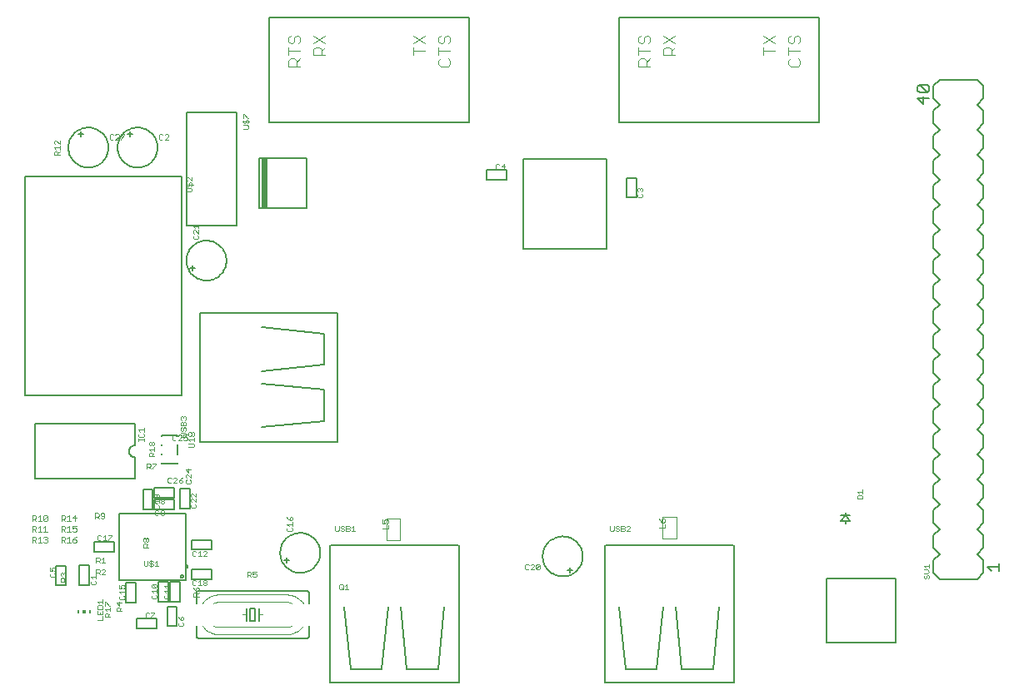
<source format=gto>
G75*
G70*
%OFA0B0*%
%FSLAX24Y24*%
%IPPOS*%
%LPD*%
%AMOC8*
5,1,8,0,0,1.08239X$1,22.5*
%
%ADD10C,0.0050*%
%ADD11C,0.0020*%
%ADD12C,0.0060*%
%ADD13C,0.0040*%
%ADD14C,0.0020*%
%ADD15R,0.0200X0.2000*%
%ADD16R,0.0059X0.0118*%
%ADD17R,0.0118X0.0118*%
D10*
X004826Y003337D02*
X004826Y004124D01*
X005220Y004124D01*
X005220Y003337D01*
X004826Y003337D01*
X005260Y002707D02*
X006047Y002707D01*
X006047Y002313D01*
X005260Y002313D01*
X005260Y002707D01*
X006126Y003376D02*
X006126Y004163D01*
X006519Y004163D01*
X006519Y003376D01*
X006126Y003376D01*
X006480Y003179D02*
X006874Y003179D01*
X006874Y002392D01*
X006480Y002392D01*
X006480Y003179D01*
X006598Y003376D02*
X006598Y004163D01*
X006992Y004163D01*
X006992Y003376D01*
X006598Y003376D01*
X007228Y004242D02*
X004551Y004242D01*
X004551Y006919D01*
X007228Y006919D01*
X007228Y004833D01*
X007307Y004833D01*
X007307Y004793D01*
X007307Y004754D01*
X007228Y004754D01*
X007228Y004793D01*
X007307Y004793D01*
X007228Y004793D02*
X007228Y004833D01*
X007228Y004754D02*
X007228Y004242D01*
X007015Y004400D02*
X007017Y004414D01*
X007023Y004428D01*
X007031Y004440D01*
X007043Y004448D01*
X007057Y004454D01*
X007071Y004456D01*
X007085Y004454D01*
X007099Y004448D01*
X007111Y004440D01*
X007119Y004428D01*
X007125Y004414D01*
X007127Y004400D01*
X007125Y004386D01*
X007119Y004372D01*
X007111Y004360D01*
X007099Y004352D01*
X007085Y004346D01*
X007071Y004344D01*
X007057Y004346D01*
X007043Y004352D01*
X007031Y004360D01*
X007023Y004372D01*
X007017Y004386D01*
X007015Y004400D01*
X007464Y004282D02*
X007464Y004675D01*
X008252Y004675D01*
X008252Y004282D01*
X007464Y004282D01*
X007464Y005463D02*
X007464Y005856D01*
X008252Y005856D01*
X008252Y005463D01*
X007464Y005463D01*
X007386Y007116D02*
X006992Y007116D01*
X006992Y007904D01*
X007386Y007904D01*
X007386Y007116D01*
X006756Y007077D02*
X005968Y007077D01*
X005968Y007471D01*
X006756Y007471D01*
X006756Y007077D01*
X006756Y007549D02*
X005968Y007549D01*
X005968Y007943D01*
X006756Y007943D01*
X006756Y007549D01*
X005909Y007864D02*
X005909Y007077D01*
X005515Y007077D01*
X005515Y007864D01*
X005909Y007864D01*
X004354Y005778D02*
X003567Y005778D01*
X003567Y005384D01*
X004354Y005384D01*
X004354Y005778D01*
X003370Y004833D02*
X002976Y004833D01*
X002976Y004045D01*
X003370Y004045D01*
X003370Y004833D01*
X002425Y004813D02*
X002031Y004813D01*
X002031Y004026D01*
X002425Y004026D01*
X002425Y004813D01*
X007801Y009779D02*
X013306Y009779D01*
X013306Y009814D02*
X013306Y014914D01*
X013306Y014949D02*
X007801Y014949D01*
X007796Y014924D02*
X007796Y009804D01*
X010256Y010364D02*
X012756Y010614D01*
X012756Y011864D01*
X010256Y012114D01*
X010256Y012614D02*
X012756Y012864D01*
X012756Y014114D01*
X010256Y014364D01*
X007047Y011648D02*
X007047Y020398D01*
X000797Y020398D01*
X000797Y011648D01*
X007047Y011648D01*
X012989Y005638D02*
X012989Y000133D01*
X013024Y000133D02*
X018124Y000133D01*
X018159Y000133D02*
X018159Y005638D01*
X018134Y005643D02*
X013014Y005643D01*
X013574Y003183D02*
X013824Y000683D01*
X015074Y000683D01*
X015324Y003183D01*
X015824Y003183D02*
X016074Y000683D01*
X017324Y000683D01*
X017574Y003183D01*
X023989Y005638D02*
X023989Y000133D01*
X024024Y000133D02*
X029124Y000133D01*
X029159Y000133D02*
X029159Y005638D01*
X029134Y005643D02*
X024014Y005643D01*
X024574Y003183D02*
X024824Y000683D01*
X026074Y000683D01*
X026324Y003183D01*
X026824Y003183D02*
X027074Y000683D01*
X028324Y000683D01*
X028574Y003183D01*
X032878Y004301D02*
X032878Y001742D01*
X035614Y001742D01*
X035614Y004301D01*
X032878Y004301D01*
X033626Y006502D02*
X033626Y006598D01*
X033813Y006598D01*
X033626Y006848D01*
X033626Y006944D01*
X033626Y006848D02*
X033813Y006848D01*
X033626Y006848D02*
X033438Y006598D01*
X033626Y006598D01*
X033626Y006848D02*
X033438Y006848D01*
X039308Y004757D02*
X039759Y004757D01*
X039759Y004607D02*
X039759Y004907D01*
X039458Y004607D02*
X039308Y004757D01*
X024059Y017510D02*
X024059Y021093D01*
X020732Y021093D01*
X020732Y017510D01*
X024059Y017510D01*
X024866Y019557D02*
X025260Y019557D01*
X025260Y020345D01*
X024866Y020345D01*
X024866Y019557D01*
X024574Y022583D02*
X024574Y026783D01*
X032574Y026783D01*
X032574Y022583D01*
X024574Y022583D01*
X020063Y020660D02*
X020063Y020266D01*
X019275Y020266D01*
X019275Y020660D01*
X020063Y020660D01*
X018574Y022583D02*
X018574Y026783D01*
X010574Y026783D01*
X010574Y022583D01*
X018574Y022583D01*
X012071Y021132D02*
X012071Y019132D01*
X010471Y019132D01*
X010471Y021132D01*
X010171Y021132D01*
X010171Y019132D01*
X010471Y019132D01*
X009256Y018442D02*
X009256Y022963D01*
X007247Y022963D01*
X007247Y018442D01*
X009256Y018442D01*
X010471Y021132D02*
X012071Y021132D01*
X036508Y023532D02*
X036733Y023307D01*
X036733Y023607D01*
X036583Y023767D02*
X036508Y023842D01*
X036508Y023992D01*
X036583Y024067D01*
X036884Y023767D01*
X036959Y023842D01*
X036959Y023992D01*
X036884Y024067D01*
X036583Y024067D01*
X036583Y023767D02*
X036884Y023767D01*
X036959Y023532D02*
X036508Y023532D01*
D11*
X003903Y002648D02*
X003683Y002648D01*
X003903Y002648D02*
X003903Y002795D01*
X003903Y002869D02*
X003903Y003016D01*
X003903Y003090D02*
X003903Y003200D01*
X003866Y003237D01*
X003719Y003237D01*
X003683Y003200D01*
X003683Y003090D01*
X003903Y003090D01*
X003984Y003071D02*
X004204Y003071D01*
X004204Y003144D02*
X004204Y002997D01*
X004204Y002923D02*
X004131Y002850D01*
X004131Y002886D02*
X004131Y002776D01*
X004204Y002776D02*
X003984Y002776D01*
X003984Y002886D01*
X004021Y002923D01*
X004094Y002923D01*
X004131Y002886D01*
X004057Y002997D02*
X003984Y003071D01*
X003984Y003218D02*
X003984Y003365D01*
X004021Y003365D01*
X004167Y003218D01*
X004204Y003218D01*
X004456Y003328D02*
X004566Y003218D01*
X004566Y003365D01*
X004456Y003328D02*
X004677Y003328D01*
X004677Y003144D02*
X004603Y003071D01*
X004603Y003107D02*
X004603Y002997D01*
X004677Y002997D02*
X004456Y002997D01*
X004456Y003107D01*
X004493Y003144D01*
X004566Y003144D01*
X004603Y003107D01*
X003903Y003311D02*
X003903Y003458D01*
X003903Y003384D02*
X003683Y003384D01*
X003756Y003311D01*
X003683Y003016D02*
X003683Y002869D01*
X003903Y002869D01*
X003793Y002869D02*
X003793Y002942D01*
X002440Y004179D02*
X002220Y004179D01*
X002220Y004289D01*
X002257Y004326D01*
X002330Y004326D01*
X002367Y004289D01*
X002367Y004179D01*
X002367Y004253D02*
X002440Y004326D01*
X002404Y004400D02*
X002440Y004437D01*
X002440Y004510D01*
X002404Y004547D01*
X002367Y004547D01*
X002330Y004510D01*
X002330Y004474D01*
X002330Y004510D02*
X002294Y004547D01*
X002257Y004547D01*
X002220Y004510D01*
X002220Y004437D01*
X002257Y004400D01*
X003642Y004463D02*
X003642Y004683D01*
X003752Y004683D01*
X003788Y004646D01*
X003788Y004573D01*
X003752Y004536D01*
X003642Y004536D01*
X003715Y004536D02*
X003788Y004463D01*
X003863Y004463D02*
X004009Y004610D01*
X004009Y004646D01*
X003973Y004683D01*
X003899Y004683D01*
X003863Y004646D01*
X003863Y004463D02*
X004009Y004463D01*
X004009Y004935D02*
X003863Y004935D01*
X003936Y004935D02*
X003936Y005155D01*
X003863Y005082D01*
X003788Y005045D02*
X003752Y005009D01*
X003642Y005009D01*
X003715Y005009D02*
X003788Y004935D01*
X003788Y005045D02*
X003788Y005119D01*
X003752Y005155D01*
X003642Y005155D01*
X003642Y004935D01*
X002810Y005750D02*
X002737Y005750D01*
X002700Y005787D01*
X002700Y005860D01*
X002810Y005860D01*
X002847Y005824D01*
X002847Y005787D01*
X002810Y005750D01*
X002700Y005860D02*
X002774Y005934D01*
X002847Y005971D01*
X002810Y006183D02*
X002737Y006183D01*
X002700Y006220D01*
X002700Y006294D02*
X002774Y006330D01*
X002810Y006330D01*
X002847Y006294D01*
X002847Y006220D01*
X002810Y006183D01*
X002700Y006294D02*
X002700Y006404D01*
X002847Y006404D01*
X002810Y006617D02*
X002810Y006837D01*
X002700Y006727D01*
X002847Y006727D01*
X002626Y006617D02*
X002479Y006617D01*
X002553Y006617D02*
X002553Y006837D01*
X002479Y006763D01*
X002405Y006800D02*
X002405Y006727D01*
X002368Y006690D01*
X002258Y006690D01*
X002258Y006617D02*
X002258Y006837D01*
X002368Y006837D01*
X002405Y006800D01*
X002332Y006690D02*
X002405Y006617D01*
X002368Y006404D02*
X002405Y006367D01*
X002405Y006294D01*
X002368Y006257D01*
X002258Y006257D01*
X002332Y006257D02*
X002405Y006183D01*
X002479Y006183D02*
X002626Y006183D01*
X002553Y006183D02*
X002553Y006404D01*
X002479Y006330D01*
X002368Y006404D02*
X002258Y006404D01*
X002258Y006183D01*
X002258Y005971D02*
X002368Y005971D01*
X002405Y005934D01*
X002405Y005860D01*
X002368Y005824D01*
X002258Y005824D01*
X002332Y005824D02*
X002405Y005750D01*
X002479Y005750D02*
X002626Y005750D01*
X002553Y005750D02*
X002553Y005971D01*
X002479Y005897D01*
X002258Y005971D02*
X002258Y005750D01*
X001685Y005787D02*
X001649Y005750D01*
X001575Y005750D01*
X001539Y005787D01*
X001464Y005750D02*
X001318Y005750D01*
X001391Y005750D02*
X001391Y005971D01*
X001318Y005897D01*
X001244Y005860D02*
X001207Y005824D01*
X001097Y005824D01*
X001170Y005824D02*
X001244Y005750D01*
X001244Y005860D02*
X001244Y005934D01*
X001207Y005971D01*
X001097Y005971D01*
X001097Y005750D01*
X001097Y006183D02*
X001097Y006404D01*
X001207Y006404D01*
X001244Y006367D01*
X001244Y006294D01*
X001207Y006257D01*
X001097Y006257D01*
X001170Y006257D02*
X001244Y006183D01*
X001318Y006183D02*
X001464Y006183D01*
X001391Y006183D02*
X001391Y006404D01*
X001318Y006330D01*
X001539Y006330D02*
X001612Y006404D01*
X001612Y006183D01*
X001539Y006183D02*
X001685Y006183D01*
X001649Y005971D02*
X001685Y005934D01*
X001685Y005897D01*
X001649Y005860D01*
X001685Y005824D01*
X001685Y005787D01*
X001649Y005860D02*
X001612Y005860D01*
X001539Y005934D02*
X001575Y005971D01*
X001649Y005971D01*
X001649Y006617D02*
X001575Y006617D01*
X001539Y006653D01*
X001685Y006800D01*
X001685Y006653D01*
X001649Y006617D01*
X001539Y006653D02*
X001539Y006800D01*
X001575Y006837D01*
X001649Y006837D01*
X001685Y006800D01*
X001464Y006617D02*
X001318Y006617D01*
X001391Y006617D02*
X001391Y006837D01*
X001318Y006763D01*
X001244Y006727D02*
X001207Y006690D01*
X001097Y006690D01*
X001170Y006690D02*
X001244Y006617D01*
X001244Y006727D02*
X001244Y006800D01*
X001207Y006837D01*
X001097Y006837D01*
X001097Y006617D01*
X003602Y006707D02*
X003602Y006927D01*
X003712Y006927D01*
X003749Y006890D01*
X003749Y006817D01*
X003712Y006780D01*
X003602Y006780D01*
X003676Y006780D02*
X003749Y006707D01*
X003823Y006744D02*
X003860Y006707D01*
X003933Y006707D01*
X003970Y006744D01*
X003970Y006890D01*
X003933Y006927D01*
X003860Y006927D01*
X003823Y006890D01*
X003823Y006854D01*
X003860Y006817D01*
X003970Y006817D01*
X005519Y005887D02*
X005556Y005924D01*
X005593Y005924D01*
X005629Y005887D01*
X005629Y005814D01*
X005593Y005777D01*
X005556Y005777D01*
X005519Y005814D01*
X005519Y005887D01*
X005629Y005887D02*
X005666Y005924D01*
X005703Y005924D01*
X005740Y005887D01*
X005740Y005814D01*
X005703Y005777D01*
X005666Y005777D01*
X005629Y005814D01*
X005629Y005703D02*
X005666Y005666D01*
X005666Y005556D01*
X005740Y005556D02*
X005519Y005556D01*
X005519Y005666D01*
X005556Y005703D01*
X005629Y005703D01*
X005666Y005630D02*
X005740Y005703D01*
X005846Y005056D02*
X005846Y004763D01*
X005883Y004800D02*
X005919Y004836D01*
X005919Y004873D01*
X005883Y004910D01*
X005809Y004910D01*
X005772Y004946D01*
X005772Y004983D01*
X005809Y005020D01*
X005883Y005020D01*
X005919Y004983D01*
X005993Y004946D02*
X006067Y005020D01*
X006067Y004800D01*
X006140Y004800D02*
X005993Y004800D01*
X005883Y004800D02*
X005809Y004800D01*
X005772Y004836D01*
X005698Y004836D02*
X005698Y005020D01*
X005551Y005020D02*
X005551Y004836D01*
X005588Y004800D01*
X005662Y004800D01*
X005698Y004836D01*
X007527Y003956D02*
X007564Y003882D01*
X007637Y003809D01*
X007637Y003919D01*
X007674Y003956D01*
X007711Y003956D01*
X007747Y003919D01*
X007747Y003845D01*
X007711Y003809D01*
X007637Y003809D01*
X007637Y003735D02*
X007674Y003698D01*
X007674Y003588D01*
X007674Y003661D02*
X007747Y003735D01*
X007637Y003735D02*
X007564Y003735D01*
X007527Y003698D01*
X007527Y003588D01*
X007747Y003588D01*
X008555Y003664D02*
X011255Y003664D01*
X011255Y003364D02*
X008555Y003364D01*
X008555Y003664D02*
X008499Y003662D01*
X008444Y003656D01*
X008389Y003647D01*
X008335Y003633D01*
X008282Y003616D01*
X008231Y003595D01*
X008181Y003571D01*
X008133Y003543D01*
X008086Y003512D01*
X008042Y003478D01*
X008001Y003441D01*
X007962Y003401D01*
X007926Y003359D01*
X007894Y003314D01*
X008337Y002414D02*
X008371Y002399D01*
X008407Y002386D01*
X008443Y002377D01*
X008480Y002370D01*
X008517Y002365D01*
X008555Y002364D01*
X011255Y002364D01*
X011255Y002064D02*
X008555Y002064D01*
X008337Y003314D02*
X008371Y003329D01*
X008407Y003342D01*
X008443Y003351D01*
X008480Y003358D01*
X008517Y003363D01*
X008555Y003364D01*
X007894Y002414D02*
X007926Y002369D01*
X007962Y002327D01*
X008001Y002287D01*
X008043Y002250D01*
X008086Y002216D01*
X008133Y002185D01*
X008181Y002157D01*
X008231Y002133D01*
X008282Y002112D01*
X008335Y002095D01*
X008389Y002081D01*
X008444Y002072D01*
X008499Y002066D01*
X008555Y002064D01*
X009505Y002864D02*
X009655Y002864D01*
X010155Y002864D02*
X010305Y002864D01*
X011255Y002064D02*
X011311Y002066D01*
X011366Y002072D01*
X011421Y002081D01*
X011475Y002095D01*
X011528Y002112D01*
X011579Y002133D01*
X011629Y002157D01*
X011677Y002185D01*
X011724Y002216D01*
X011768Y002250D01*
X011809Y002287D01*
X011848Y002327D01*
X011884Y002369D01*
X011916Y002414D01*
X011473Y002414D02*
X011439Y002399D01*
X011403Y002386D01*
X011367Y002377D01*
X011330Y002370D01*
X011293Y002365D01*
X011255Y002364D01*
X011473Y003314D02*
X011439Y003329D01*
X011403Y003342D01*
X011367Y003351D01*
X011330Y003358D01*
X011293Y003363D01*
X011255Y003364D01*
X011255Y003664D02*
X011311Y003662D01*
X011366Y003656D01*
X011421Y003647D01*
X011475Y003633D01*
X011528Y003616D01*
X011579Y003595D01*
X011629Y003571D01*
X011677Y003543D01*
X011724Y003512D01*
X011767Y003478D01*
X011809Y003441D01*
X011848Y003401D01*
X011884Y003359D01*
X011916Y003314D01*
X013377Y003894D02*
X013413Y003857D01*
X013487Y003857D01*
X013524Y003894D01*
X013524Y004041D01*
X013487Y004077D01*
X013413Y004077D01*
X013377Y004041D01*
X013377Y003894D01*
X013450Y003930D02*
X013524Y003857D01*
X013598Y003857D02*
X013745Y003857D01*
X013671Y003857D02*
X013671Y004077D01*
X013598Y004004D01*
X013643Y006203D02*
X013753Y006203D01*
X013789Y006240D01*
X013789Y006277D01*
X013753Y006313D01*
X013643Y006313D01*
X013568Y006277D02*
X013568Y006240D01*
X013532Y006203D01*
X013458Y006203D01*
X013422Y006240D01*
X013347Y006240D02*
X013347Y006423D01*
X013422Y006387D02*
X013422Y006350D01*
X013458Y006313D01*
X013532Y006313D01*
X013568Y006277D01*
X013643Y006203D02*
X013643Y006423D01*
X013753Y006423D01*
X013789Y006387D01*
X013789Y006350D01*
X013753Y006313D01*
X013864Y006350D02*
X013937Y006423D01*
X013937Y006203D01*
X013864Y006203D02*
X014010Y006203D01*
X013568Y006387D02*
X013532Y006423D01*
X013458Y006423D01*
X013422Y006387D01*
X013347Y006240D02*
X013311Y006203D01*
X013237Y006203D01*
X013201Y006240D01*
X013201Y006423D01*
X011497Y006414D02*
X011497Y006561D01*
X011497Y006487D02*
X011277Y006487D01*
X011350Y006414D01*
X011313Y006340D02*
X011277Y006303D01*
X011277Y006229D01*
X011313Y006193D01*
X011460Y006193D01*
X011497Y006229D01*
X011497Y006303D01*
X011460Y006340D01*
X011460Y006635D02*
X011497Y006671D01*
X011497Y006745D01*
X011460Y006781D01*
X011423Y006781D01*
X011387Y006745D01*
X011387Y006635D01*
X011460Y006635D01*
X011387Y006635D02*
X011313Y006708D01*
X011277Y006781D01*
X010053Y004585D02*
X009906Y004585D01*
X009906Y004474D01*
X009979Y004511D01*
X010016Y004511D01*
X010053Y004474D01*
X010053Y004401D01*
X010016Y004364D01*
X009943Y004364D01*
X009906Y004401D01*
X009832Y004364D02*
X009758Y004438D01*
X009795Y004438D02*
X009685Y004438D01*
X009685Y004364D02*
X009685Y004585D01*
X009795Y004585D01*
X009832Y004548D01*
X009832Y004474D01*
X009795Y004438D01*
X007398Y008110D02*
X007435Y008147D01*
X007435Y008221D01*
X007398Y008257D01*
X007435Y008331D02*
X007288Y008478D01*
X007251Y008478D01*
X007214Y008442D01*
X007214Y008368D01*
X007251Y008331D01*
X007251Y008257D02*
X007214Y008221D01*
X007214Y008147D01*
X007251Y008110D01*
X007398Y008110D01*
X007435Y008331D02*
X007435Y008478D01*
X007324Y008552D02*
X007214Y008663D01*
X007435Y008663D01*
X007324Y008699D02*
X007324Y008552D01*
X007099Y008352D02*
X007025Y008316D01*
X006952Y008242D01*
X007062Y008242D01*
X007099Y008206D01*
X007099Y008169D01*
X007062Y008132D01*
X006989Y008132D01*
X006952Y008169D01*
X006952Y008242D01*
X006878Y008279D02*
X006878Y008316D01*
X006841Y008352D01*
X006768Y008352D01*
X006731Y008316D01*
X006657Y008316D02*
X006620Y008352D01*
X006547Y008352D01*
X006510Y008316D01*
X006510Y008169D01*
X006547Y008132D01*
X006620Y008132D01*
X006657Y008169D01*
X006731Y008132D02*
X006878Y008279D01*
X006878Y008132D02*
X006731Y008132D01*
X005890Y008695D02*
X005890Y008732D01*
X006037Y008879D01*
X006037Y008915D01*
X005890Y008915D01*
X005816Y008879D02*
X005816Y008805D01*
X005779Y008769D01*
X005669Y008769D01*
X005743Y008769D02*
X005816Y008695D01*
X005669Y008695D02*
X005669Y008915D01*
X005779Y008915D01*
X005816Y008879D01*
X005756Y009194D02*
X005756Y009304D01*
X005792Y009340D01*
X005866Y009340D01*
X005902Y009304D01*
X005902Y009194D01*
X005902Y009267D02*
X005976Y009340D01*
X005976Y009415D02*
X005976Y009561D01*
X005976Y009488D02*
X005756Y009488D01*
X005829Y009415D01*
X005829Y009636D02*
X005792Y009636D01*
X005756Y009672D01*
X005756Y009746D01*
X005792Y009782D01*
X005829Y009782D01*
X005866Y009746D01*
X005866Y009672D01*
X005829Y009636D01*
X005866Y009672D02*
X005902Y009636D01*
X005939Y009636D01*
X005976Y009672D01*
X005976Y009746D01*
X005939Y009782D01*
X005902Y009782D01*
X005866Y009746D01*
X005552Y009820D02*
X005552Y009894D01*
X005552Y009857D02*
X005332Y009857D01*
X005332Y009820D02*
X005332Y009894D01*
X005369Y009968D02*
X005516Y009968D01*
X005552Y010004D01*
X005552Y010078D01*
X005516Y010114D01*
X005552Y010189D02*
X005552Y010335D01*
X005552Y010262D02*
X005332Y010262D01*
X005406Y010189D01*
X005369Y010114D02*
X005332Y010078D01*
X005332Y010004D01*
X005369Y009968D01*
X005756Y009194D02*
X005976Y009194D01*
X006693Y009876D02*
X006730Y009839D01*
X006803Y009839D01*
X006840Y009876D01*
X006914Y009839D02*
X007061Y009986D01*
X007061Y010022D01*
X007024Y010059D01*
X006951Y010059D01*
X006914Y010022D01*
X006840Y010022D02*
X006803Y010059D01*
X006730Y010059D01*
X006693Y010022D01*
X006693Y009876D01*
X006914Y009839D02*
X007061Y009839D01*
X007135Y009876D02*
X007172Y009839D01*
X007245Y009839D01*
X007282Y009876D01*
X007282Y009949D01*
X007245Y009986D01*
X007209Y009986D01*
X007135Y009949D01*
X007135Y010059D01*
X007282Y010059D01*
X007236Y010027D02*
X007236Y010100D01*
X007199Y010137D01*
X007015Y010137D01*
X007052Y010211D02*
X007089Y010211D01*
X007126Y010248D01*
X007126Y010321D01*
X007162Y010358D01*
X007199Y010358D01*
X007236Y010321D01*
X007236Y010248D01*
X007199Y010211D01*
X007052Y010211D02*
X007015Y010248D01*
X007015Y010321D01*
X007052Y010358D01*
X007015Y010432D02*
X007015Y010542D01*
X007052Y010579D01*
X007089Y010579D01*
X007126Y010542D01*
X007126Y010432D01*
X007236Y010432D02*
X007015Y010432D01*
X007126Y010542D02*
X007162Y010579D01*
X007199Y010579D01*
X007236Y010542D01*
X007236Y010432D01*
X007199Y010653D02*
X007236Y010690D01*
X007236Y010763D01*
X007199Y010800D01*
X007162Y010800D01*
X007126Y010763D01*
X007126Y010727D01*
X007126Y010763D02*
X007089Y010800D01*
X007052Y010800D01*
X007015Y010763D01*
X007015Y010690D01*
X007052Y010653D01*
X007375Y010164D02*
X007412Y010164D01*
X007448Y010128D01*
X007448Y010054D01*
X007412Y010017D01*
X007375Y010017D01*
X007338Y010054D01*
X007338Y010128D01*
X007375Y010164D01*
X007448Y010128D02*
X007485Y010164D01*
X007522Y010164D01*
X007558Y010128D01*
X007558Y010054D01*
X007522Y010017D01*
X007485Y010017D01*
X007448Y010054D01*
X007558Y009943D02*
X007558Y009796D01*
X007558Y009870D02*
X007338Y009870D01*
X007412Y009796D01*
X007338Y009722D02*
X007522Y009722D01*
X007558Y009686D01*
X007558Y009612D01*
X007522Y009575D01*
X007338Y009575D01*
X007199Y009990D02*
X007236Y010027D01*
X007199Y009990D02*
X007015Y009990D01*
X015100Y006658D02*
X015100Y006512D01*
X015210Y006512D01*
X015173Y006585D01*
X015173Y006622D01*
X015210Y006658D01*
X015284Y006658D01*
X015320Y006622D01*
X015320Y006548D01*
X015284Y006512D01*
X015320Y006437D02*
X015320Y006291D01*
X015100Y006291D01*
X020804Y004844D02*
X020804Y004698D01*
X020841Y004661D01*
X020914Y004661D01*
X020951Y004698D01*
X021025Y004661D02*
X021172Y004808D01*
X021172Y004844D01*
X021135Y004881D01*
X021061Y004881D01*
X021025Y004844D01*
X020951Y004844D02*
X020914Y004881D01*
X020841Y004881D01*
X020804Y004844D01*
X021025Y004661D02*
X021172Y004661D01*
X021246Y004698D02*
X021393Y004844D01*
X021393Y004698D01*
X021356Y004661D01*
X021282Y004661D01*
X021246Y004698D01*
X021246Y004844D01*
X021282Y004881D01*
X021356Y004881D01*
X021393Y004844D01*
X024201Y006240D02*
X024237Y006203D01*
X024311Y006203D01*
X024347Y006240D01*
X024347Y006423D01*
X024422Y006387D02*
X024422Y006350D01*
X024458Y006313D01*
X024532Y006313D01*
X024568Y006277D01*
X024568Y006240D01*
X024532Y006203D01*
X024458Y006203D01*
X024422Y006240D01*
X024422Y006387D02*
X024458Y006423D01*
X024532Y006423D01*
X024568Y006387D01*
X024643Y006423D02*
X024753Y006423D01*
X024789Y006387D01*
X024789Y006350D01*
X024753Y006313D01*
X024643Y006313D01*
X024753Y006313D02*
X024789Y006277D01*
X024789Y006240D01*
X024753Y006203D01*
X024643Y006203D01*
X024643Y006423D01*
X024864Y006387D02*
X024900Y006423D01*
X024974Y006423D01*
X025010Y006387D01*
X025010Y006350D01*
X024864Y006203D01*
X025010Y006203D01*
X024201Y006240D02*
X024201Y006423D01*
X026163Y006334D02*
X026383Y006334D01*
X026383Y006481D01*
X026347Y006555D02*
X026383Y006592D01*
X026383Y006665D01*
X026347Y006702D01*
X026310Y006702D01*
X026273Y006665D01*
X026273Y006555D01*
X026347Y006555D01*
X026273Y006555D02*
X026200Y006628D01*
X026163Y006702D01*
X034086Y007491D02*
X034086Y007601D01*
X034122Y007637D01*
X034269Y007637D01*
X034306Y007601D01*
X034306Y007491D01*
X034086Y007491D01*
X034159Y007712D02*
X034086Y007785D01*
X034306Y007785D01*
X034306Y007712D02*
X034306Y007858D01*
X036753Y004807D02*
X036974Y004807D01*
X036974Y004734D02*
X036974Y004880D01*
X036827Y004734D02*
X036753Y004807D01*
X036753Y004659D02*
X036900Y004659D01*
X036974Y004586D01*
X036900Y004513D01*
X036753Y004513D01*
X036790Y004438D02*
X036753Y004402D01*
X036753Y004328D01*
X036790Y004292D01*
X036827Y004292D01*
X036863Y004328D01*
X036863Y004402D01*
X036900Y004438D01*
X036937Y004438D01*
X036974Y004402D01*
X036974Y004328D01*
X036937Y004292D01*
X009738Y022347D02*
X009701Y022311D01*
X009517Y022311D01*
X009517Y022457D02*
X009701Y022457D01*
X009738Y022421D01*
X009738Y022347D01*
X009701Y022531D02*
X009738Y022568D01*
X009738Y022642D01*
X009701Y022678D01*
X009664Y022678D01*
X009627Y022642D01*
X009627Y022568D01*
X009591Y022531D01*
X009554Y022531D01*
X009517Y022568D01*
X009517Y022642D01*
X009554Y022678D01*
X009517Y022752D02*
X009517Y022899D01*
X009554Y022899D01*
X009701Y022752D01*
X009738Y022752D01*
X009774Y022605D02*
X009481Y022605D01*
X007477Y020384D02*
X007477Y020237D01*
X007330Y020384D01*
X007293Y020384D01*
X007257Y020347D01*
X007257Y020273D01*
X007293Y020237D01*
X007293Y020163D02*
X007257Y020126D01*
X007257Y020052D01*
X007293Y020016D01*
X007330Y020016D01*
X007367Y020052D01*
X007367Y020126D01*
X007404Y020163D01*
X007440Y020163D01*
X007477Y020126D01*
X007477Y020052D01*
X007440Y020016D01*
X007440Y019942D02*
X007257Y019942D01*
X007257Y019795D02*
X007440Y019795D01*
X007477Y019831D01*
X007477Y019905D01*
X007440Y019942D01*
X007514Y020089D02*
X007220Y020089D01*
X007745Y018486D02*
X007745Y018339D01*
X007745Y018265D02*
X007745Y018118D01*
X007598Y018265D01*
X007561Y018265D01*
X007525Y018229D01*
X007525Y018155D01*
X007561Y018118D01*
X007561Y018044D02*
X007525Y018008D01*
X007525Y017934D01*
X007561Y017897D01*
X007708Y017897D01*
X007745Y017934D01*
X007745Y018008D01*
X007708Y018044D01*
X007598Y018339D02*
X007525Y018413D01*
X007745Y018413D01*
X006527Y021875D02*
X006380Y021875D01*
X006527Y022022D01*
X006527Y022059D01*
X006490Y022095D01*
X006417Y022095D01*
X006380Y022059D01*
X006306Y022059D02*
X006269Y022095D01*
X006196Y022095D01*
X006159Y022059D01*
X006159Y021912D01*
X006196Y021875D01*
X006269Y021875D01*
X006306Y021912D01*
X004779Y022059D02*
X004632Y021912D01*
X004632Y021875D01*
X004558Y021875D02*
X004411Y021875D01*
X004558Y022022D01*
X004558Y022059D01*
X004521Y022095D01*
X004448Y022095D01*
X004411Y022059D01*
X004337Y022059D02*
X004300Y022095D01*
X004227Y022095D01*
X004190Y022059D01*
X004190Y021912D01*
X004227Y021875D01*
X004300Y021875D01*
X004337Y021912D01*
X004632Y022095D02*
X004779Y022095D01*
X004779Y022059D01*
X002184Y021853D02*
X002184Y021706D01*
X002038Y021853D01*
X002001Y021853D01*
X001964Y021816D01*
X001964Y021743D01*
X002001Y021706D01*
X001964Y021559D02*
X002184Y021559D01*
X002184Y021632D02*
X002184Y021485D01*
X002184Y021411D02*
X002111Y021338D01*
X002111Y021375D02*
X002111Y021264D01*
X002184Y021264D02*
X001964Y021264D01*
X001964Y021375D01*
X002001Y021411D01*
X002074Y021411D01*
X002111Y021375D01*
X002038Y021485D02*
X001964Y021559D01*
D12*
X002930Y022115D02*
X003130Y022115D01*
X003030Y022015D02*
X003030Y022215D01*
X002530Y021565D02*
X002532Y021621D01*
X002538Y021678D01*
X002548Y021733D01*
X002562Y021788D01*
X002579Y021842D01*
X002601Y021894D01*
X002626Y021944D01*
X002654Y021993D01*
X002686Y022040D01*
X002721Y022084D01*
X002759Y022126D01*
X002800Y022165D01*
X002844Y022200D01*
X002890Y022233D01*
X002938Y022262D01*
X002988Y022288D01*
X003040Y022311D01*
X003094Y022329D01*
X003148Y022344D01*
X003203Y022355D01*
X003259Y022362D01*
X003316Y022365D01*
X003372Y022364D01*
X003429Y022359D01*
X003484Y022350D01*
X003539Y022337D01*
X003593Y022320D01*
X003646Y022300D01*
X003697Y022276D01*
X003746Y022248D01*
X003793Y022217D01*
X003838Y022183D01*
X003881Y022145D01*
X003920Y022105D01*
X003957Y022062D01*
X003990Y022017D01*
X004020Y021969D01*
X004047Y021919D01*
X004070Y021868D01*
X004090Y021815D01*
X004106Y021761D01*
X004118Y021705D01*
X004126Y021650D01*
X004130Y021593D01*
X004130Y021537D01*
X004126Y021480D01*
X004118Y021425D01*
X004106Y021369D01*
X004090Y021315D01*
X004070Y021262D01*
X004047Y021211D01*
X004020Y021161D01*
X003990Y021113D01*
X003957Y021068D01*
X003920Y021025D01*
X003881Y020985D01*
X003838Y020947D01*
X003793Y020913D01*
X003746Y020882D01*
X003697Y020854D01*
X003646Y020830D01*
X003593Y020810D01*
X003539Y020793D01*
X003484Y020780D01*
X003429Y020771D01*
X003372Y020766D01*
X003316Y020765D01*
X003259Y020768D01*
X003203Y020775D01*
X003148Y020786D01*
X003094Y020801D01*
X003040Y020819D01*
X002988Y020842D01*
X002938Y020868D01*
X002890Y020897D01*
X002844Y020930D01*
X002800Y020965D01*
X002759Y021004D01*
X002721Y021046D01*
X002686Y021090D01*
X002654Y021137D01*
X002626Y021186D01*
X002601Y021236D01*
X002579Y021288D01*
X002562Y021342D01*
X002548Y021397D01*
X002538Y021452D01*
X002532Y021509D01*
X002530Y021565D01*
X004899Y022115D02*
X005099Y022115D01*
X004999Y022015D02*
X004999Y022215D01*
X004499Y021565D02*
X004501Y021621D01*
X004507Y021678D01*
X004517Y021733D01*
X004531Y021788D01*
X004548Y021842D01*
X004570Y021894D01*
X004595Y021944D01*
X004623Y021993D01*
X004655Y022040D01*
X004690Y022084D01*
X004728Y022126D01*
X004769Y022165D01*
X004813Y022200D01*
X004859Y022233D01*
X004907Y022262D01*
X004957Y022288D01*
X005009Y022311D01*
X005063Y022329D01*
X005117Y022344D01*
X005172Y022355D01*
X005228Y022362D01*
X005285Y022365D01*
X005341Y022364D01*
X005398Y022359D01*
X005453Y022350D01*
X005508Y022337D01*
X005562Y022320D01*
X005615Y022300D01*
X005666Y022276D01*
X005715Y022248D01*
X005762Y022217D01*
X005807Y022183D01*
X005850Y022145D01*
X005889Y022105D01*
X005926Y022062D01*
X005959Y022017D01*
X005989Y021969D01*
X006016Y021919D01*
X006039Y021868D01*
X006059Y021815D01*
X006075Y021761D01*
X006087Y021705D01*
X006095Y021650D01*
X006099Y021593D01*
X006099Y021537D01*
X006095Y021480D01*
X006087Y021425D01*
X006075Y021369D01*
X006059Y021315D01*
X006039Y021262D01*
X006016Y021211D01*
X005989Y021161D01*
X005959Y021113D01*
X005926Y021068D01*
X005889Y021025D01*
X005850Y020985D01*
X005807Y020947D01*
X005762Y020913D01*
X005715Y020882D01*
X005666Y020854D01*
X005615Y020830D01*
X005562Y020810D01*
X005508Y020793D01*
X005453Y020780D01*
X005398Y020771D01*
X005341Y020766D01*
X005285Y020765D01*
X005228Y020768D01*
X005172Y020775D01*
X005117Y020786D01*
X005063Y020801D01*
X005009Y020819D01*
X004957Y020842D01*
X004907Y020868D01*
X004859Y020897D01*
X004813Y020930D01*
X004769Y020965D01*
X004728Y021004D01*
X004690Y021046D01*
X004655Y021090D01*
X004623Y021137D01*
X004595Y021186D01*
X004570Y021236D01*
X004548Y021288D01*
X004531Y021342D01*
X004517Y021397D01*
X004507Y021452D01*
X004501Y021509D01*
X004499Y021565D01*
X007255Y017037D02*
X007257Y017093D01*
X007263Y017150D01*
X007273Y017205D01*
X007287Y017260D01*
X007304Y017314D01*
X007326Y017366D01*
X007351Y017416D01*
X007379Y017465D01*
X007411Y017512D01*
X007446Y017556D01*
X007484Y017598D01*
X007525Y017637D01*
X007569Y017672D01*
X007615Y017705D01*
X007663Y017734D01*
X007713Y017760D01*
X007765Y017783D01*
X007819Y017801D01*
X007873Y017816D01*
X007928Y017827D01*
X007984Y017834D01*
X008041Y017837D01*
X008097Y017836D01*
X008154Y017831D01*
X008209Y017822D01*
X008264Y017809D01*
X008318Y017792D01*
X008371Y017772D01*
X008422Y017748D01*
X008471Y017720D01*
X008518Y017689D01*
X008563Y017655D01*
X008606Y017617D01*
X008645Y017577D01*
X008682Y017534D01*
X008715Y017489D01*
X008745Y017441D01*
X008772Y017391D01*
X008795Y017340D01*
X008815Y017287D01*
X008831Y017233D01*
X008843Y017177D01*
X008851Y017122D01*
X008855Y017065D01*
X008855Y017009D01*
X008851Y016952D01*
X008843Y016897D01*
X008831Y016841D01*
X008815Y016787D01*
X008795Y016734D01*
X008772Y016683D01*
X008745Y016633D01*
X008715Y016585D01*
X008682Y016540D01*
X008645Y016497D01*
X008606Y016457D01*
X008563Y016419D01*
X008518Y016385D01*
X008471Y016354D01*
X008422Y016326D01*
X008371Y016302D01*
X008318Y016282D01*
X008264Y016265D01*
X008209Y016252D01*
X008154Y016243D01*
X008097Y016238D01*
X008041Y016237D01*
X007984Y016240D01*
X007928Y016247D01*
X007873Y016258D01*
X007819Y016273D01*
X007765Y016291D01*
X007713Y016314D01*
X007663Y016340D01*
X007615Y016369D01*
X007569Y016402D01*
X007525Y016437D01*
X007484Y016476D01*
X007446Y016518D01*
X007411Y016562D01*
X007379Y016609D01*
X007351Y016658D01*
X007326Y016708D01*
X007304Y016760D01*
X007287Y016814D01*
X007273Y016869D01*
X007263Y016924D01*
X007257Y016981D01*
X007255Y017037D01*
X007505Y016837D02*
X007505Y016637D01*
X007605Y016737D02*
X007405Y016737D01*
X005212Y010500D02*
X001212Y010500D01*
X001212Y008300D01*
X005212Y008300D01*
X005212Y009150D01*
X005182Y009152D01*
X005152Y009157D01*
X005123Y009166D01*
X005096Y009179D01*
X005070Y009194D01*
X005046Y009213D01*
X005025Y009234D01*
X005006Y009258D01*
X004991Y009284D01*
X004978Y009311D01*
X004969Y009340D01*
X004964Y009370D01*
X004962Y009400D01*
X004964Y009430D01*
X004969Y009460D01*
X004978Y009489D01*
X004991Y009516D01*
X005006Y009542D01*
X005025Y009566D01*
X005046Y009587D01*
X005070Y009606D01*
X005096Y009621D01*
X005123Y009634D01*
X005152Y009643D01*
X005182Y009648D01*
X005212Y009650D01*
X005212Y010500D01*
X006259Y010038D02*
X006259Y010001D01*
X006259Y010038D02*
X006897Y010038D01*
X006897Y010001D01*
X006897Y009684D02*
X006897Y009273D01*
X006897Y008956D02*
X006897Y008918D01*
X006259Y008918D01*
X006259Y008956D01*
X006259Y009273D02*
X006259Y009310D01*
X006259Y009647D02*
X006259Y009684D01*
X011257Y005133D02*
X011257Y004933D01*
X011357Y005033D02*
X011157Y005033D01*
X011007Y005333D02*
X011009Y005389D01*
X011015Y005446D01*
X011025Y005501D01*
X011039Y005556D01*
X011056Y005610D01*
X011078Y005662D01*
X011103Y005712D01*
X011131Y005761D01*
X011163Y005808D01*
X011198Y005852D01*
X011236Y005894D01*
X011277Y005933D01*
X011321Y005968D01*
X011367Y006001D01*
X011415Y006030D01*
X011465Y006056D01*
X011517Y006079D01*
X011571Y006097D01*
X011625Y006112D01*
X011680Y006123D01*
X011736Y006130D01*
X011793Y006133D01*
X011849Y006132D01*
X011906Y006127D01*
X011961Y006118D01*
X012016Y006105D01*
X012070Y006088D01*
X012123Y006068D01*
X012174Y006044D01*
X012223Y006016D01*
X012270Y005985D01*
X012315Y005951D01*
X012358Y005913D01*
X012397Y005873D01*
X012434Y005830D01*
X012467Y005785D01*
X012497Y005737D01*
X012524Y005687D01*
X012547Y005636D01*
X012567Y005583D01*
X012583Y005529D01*
X012595Y005473D01*
X012603Y005418D01*
X012607Y005361D01*
X012607Y005305D01*
X012603Y005248D01*
X012595Y005193D01*
X012583Y005137D01*
X012567Y005083D01*
X012547Y005030D01*
X012524Y004979D01*
X012497Y004929D01*
X012467Y004881D01*
X012434Y004836D01*
X012397Y004793D01*
X012358Y004753D01*
X012315Y004715D01*
X012270Y004681D01*
X012223Y004650D01*
X012174Y004622D01*
X012123Y004598D01*
X012070Y004578D01*
X012016Y004561D01*
X011961Y004548D01*
X011906Y004539D01*
X011849Y004534D01*
X011793Y004533D01*
X011736Y004536D01*
X011680Y004543D01*
X011625Y004554D01*
X011571Y004569D01*
X011517Y004587D01*
X011465Y004610D01*
X011415Y004636D01*
X011367Y004665D01*
X011321Y004698D01*
X011277Y004733D01*
X011236Y004772D01*
X011198Y004814D01*
X011163Y004858D01*
X011131Y004905D01*
X011103Y004954D01*
X011078Y005004D01*
X011056Y005056D01*
X011039Y005110D01*
X011025Y005165D01*
X011015Y005220D01*
X011009Y005277D01*
X011007Y005333D01*
X012055Y003814D02*
X007755Y003814D01*
X007738Y003812D01*
X007721Y003808D01*
X007705Y003801D01*
X007691Y003791D01*
X007678Y003778D01*
X007668Y003764D01*
X007661Y003748D01*
X007657Y003731D01*
X007655Y003714D01*
X007655Y003314D01*
X007655Y002414D02*
X007655Y002014D01*
X007657Y001997D01*
X007661Y001980D01*
X007668Y001964D01*
X007678Y001950D01*
X007691Y001937D01*
X007705Y001927D01*
X007721Y001920D01*
X007738Y001916D01*
X007755Y001914D01*
X012055Y001914D01*
X012072Y001916D01*
X012089Y001920D01*
X012105Y001927D01*
X012119Y001937D01*
X012132Y001950D01*
X012142Y001964D01*
X012149Y001980D01*
X012153Y001997D01*
X012155Y002014D01*
X012155Y002414D01*
X012155Y003314D02*
X012155Y003714D01*
X012153Y003731D01*
X012149Y003748D01*
X012142Y003764D01*
X012132Y003778D01*
X012119Y003791D01*
X012105Y003801D01*
X012089Y003808D01*
X012072Y003812D01*
X012055Y003814D01*
X010155Y003114D02*
X010155Y002864D01*
X010155Y002614D01*
X010005Y002614D02*
X009805Y002614D01*
X009805Y003114D01*
X010005Y003114D01*
X010005Y002614D01*
X009655Y002614D02*
X009655Y002864D01*
X009655Y003114D01*
X021507Y005191D02*
X021509Y005247D01*
X021515Y005304D01*
X021525Y005359D01*
X021539Y005414D01*
X021556Y005468D01*
X021578Y005520D01*
X021603Y005570D01*
X021631Y005619D01*
X021663Y005666D01*
X021698Y005710D01*
X021736Y005752D01*
X021777Y005791D01*
X021821Y005826D01*
X021867Y005859D01*
X021915Y005888D01*
X021965Y005914D01*
X022017Y005937D01*
X022071Y005955D01*
X022125Y005970D01*
X022180Y005981D01*
X022236Y005988D01*
X022293Y005991D01*
X022349Y005990D01*
X022406Y005985D01*
X022461Y005976D01*
X022516Y005963D01*
X022570Y005946D01*
X022623Y005926D01*
X022674Y005902D01*
X022723Y005874D01*
X022770Y005843D01*
X022815Y005809D01*
X022858Y005771D01*
X022897Y005731D01*
X022934Y005688D01*
X022967Y005643D01*
X022997Y005595D01*
X023024Y005545D01*
X023047Y005494D01*
X023067Y005441D01*
X023083Y005387D01*
X023095Y005331D01*
X023103Y005276D01*
X023107Y005219D01*
X023107Y005163D01*
X023103Y005106D01*
X023095Y005051D01*
X023083Y004995D01*
X023067Y004941D01*
X023047Y004888D01*
X023024Y004837D01*
X022997Y004787D01*
X022967Y004739D01*
X022934Y004694D01*
X022897Y004651D01*
X022858Y004611D01*
X022815Y004573D01*
X022770Y004539D01*
X022723Y004508D01*
X022674Y004480D01*
X022623Y004456D01*
X022570Y004436D01*
X022516Y004419D01*
X022461Y004406D01*
X022406Y004397D01*
X022349Y004392D01*
X022293Y004391D01*
X022236Y004394D01*
X022180Y004401D01*
X022125Y004412D01*
X022071Y004427D01*
X022017Y004445D01*
X021965Y004468D01*
X021915Y004494D01*
X021867Y004523D01*
X021821Y004556D01*
X021777Y004591D01*
X021736Y004630D01*
X021698Y004672D01*
X021663Y004716D01*
X021631Y004763D01*
X021603Y004812D01*
X021578Y004862D01*
X021556Y004914D01*
X021539Y004968D01*
X021525Y005023D01*
X021515Y005078D01*
X021509Y005135D01*
X021507Y005191D01*
X022507Y004641D02*
X022707Y004641D01*
X022607Y004741D02*
X022607Y004541D01*
X037134Y004532D02*
X037384Y004282D01*
X038884Y004282D01*
X039134Y004532D01*
X039134Y005032D01*
X038884Y005282D01*
X039134Y005532D01*
X039134Y006032D01*
X038884Y006282D01*
X039134Y006532D01*
X039134Y007032D01*
X038884Y007282D01*
X039134Y007532D01*
X039134Y008032D01*
X038884Y008282D01*
X039134Y008532D01*
X039134Y009032D01*
X038884Y009282D01*
X039134Y009532D01*
X039134Y010032D01*
X038884Y010282D01*
X039134Y010532D01*
X039134Y011032D01*
X038884Y011282D01*
X039134Y011532D01*
X039134Y012032D01*
X038884Y012282D01*
X039134Y012532D01*
X039134Y013032D01*
X038884Y013282D01*
X039134Y013532D01*
X039134Y014032D01*
X038884Y014282D01*
X039134Y014532D01*
X039134Y015032D01*
X038884Y015282D01*
X039134Y015532D01*
X039134Y016032D01*
X038884Y016282D01*
X039134Y016532D01*
X039134Y017032D01*
X038884Y017282D01*
X039134Y017532D01*
X039134Y018032D01*
X038884Y018282D01*
X039134Y018532D01*
X039134Y019032D01*
X038884Y019282D01*
X039134Y019532D01*
X039134Y020032D01*
X038884Y020282D01*
X039134Y020532D01*
X039134Y021032D01*
X038884Y021282D01*
X039134Y021532D01*
X039134Y022032D01*
X038884Y022282D01*
X039134Y022532D01*
X039134Y023032D01*
X038884Y023282D01*
X039134Y023532D01*
X039134Y024032D01*
X038884Y024282D01*
X037384Y024282D01*
X037134Y024032D01*
X037134Y023532D01*
X037384Y023282D01*
X037134Y023032D01*
X037134Y022532D01*
X037384Y022282D01*
X037134Y022032D01*
X037134Y021532D01*
X037384Y021282D01*
X037134Y021032D01*
X037134Y020532D01*
X037384Y020282D01*
X037134Y020032D01*
X037134Y019532D01*
X037384Y019282D01*
X037134Y019032D01*
X037134Y018532D01*
X037384Y018282D01*
X037134Y018032D01*
X037134Y017532D01*
X037384Y017282D01*
X037134Y017032D01*
X037134Y016532D01*
X037384Y016282D01*
X037134Y016032D01*
X037134Y015532D01*
X037384Y015282D01*
X037134Y015032D01*
X037134Y014532D01*
X037384Y014282D01*
X037134Y014032D01*
X037134Y013532D01*
X037384Y013282D01*
X037134Y013032D01*
X037134Y012532D01*
X037384Y012282D01*
X037134Y012032D01*
X037134Y011532D01*
X037384Y011282D01*
X037134Y011032D01*
X037134Y010532D01*
X037384Y010282D01*
X037134Y010032D01*
X037134Y009532D01*
X037384Y009282D01*
X037134Y009032D01*
X037134Y008532D01*
X037384Y008282D01*
X037134Y008032D01*
X037134Y007532D01*
X037384Y007282D01*
X037134Y007032D01*
X037134Y006532D01*
X037384Y006282D01*
X037134Y006032D01*
X037134Y005532D01*
X037384Y005282D01*
X037134Y005032D01*
X037134Y004532D01*
D13*
X025473Y019586D02*
X025506Y019620D01*
X025506Y019686D01*
X025473Y019720D01*
X025473Y019807D02*
X025506Y019841D01*
X025506Y019907D01*
X025473Y019941D01*
X025440Y019941D01*
X025406Y019907D01*
X025406Y019874D01*
X025406Y019907D02*
X025373Y019941D01*
X025340Y019941D01*
X025306Y019907D01*
X025306Y019841D01*
X025340Y019807D01*
X025340Y019720D02*
X025306Y019686D01*
X025306Y019620D01*
X025340Y019586D01*
X025473Y019586D01*
X019986Y020807D02*
X019853Y020807D01*
X019953Y020907D01*
X019953Y020706D01*
X019765Y020740D02*
X019732Y020706D01*
X019665Y020706D01*
X019632Y020740D01*
X019632Y020873D01*
X019665Y020907D01*
X019732Y020907D01*
X019765Y020873D01*
X017728Y024822D02*
X017421Y024822D01*
X017344Y024899D01*
X017344Y025052D01*
X017421Y025129D01*
X017344Y025282D02*
X017344Y025589D01*
X017344Y025436D02*
X017804Y025436D01*
X017728Y025129D02*
X017804Y025052D01*
X017804Y024899D01*
X017728Y024822D01*
X016804Y025436D02*
X016344Y025436D01*
X016344Y025589D02*
X016344Y025282D01*
X016344Y025743D02*
X016804Y026050D01*
X016804Y025743D02*
X016344Y026050D01*
X017344Y025973D02*
X017344Y025819D01*
X017421Y025743D01*
X017498Y025743D01*
X017574Y025819D01*
X017574Y025973D01*
X017651Y026050D01*
X017728Y026050D01*
X017804Y025973D01*
X017804Y025819D01*
X017728Y025743D01*
X017421Y026050D02*
X017344Y025973D01*
X012804Y026050D02*
X012344Y025743D01*
X012421Y025589D02*
X012574Y025589D01*
X012651Y025513D01*
X012651Y025282D01*
X012804Y025282D02*
X012344Y025282D01*
X012344Y025513D01*
X012421Y025589D01*
X012651Y025436D02*
X012804Y025589D01*
X012804Y025743D02*
X012344Y026050D01*
X011804Y025973D02*
X011804Y025819D01*
X011728Y025743D01*
X011804Y025819D01*
X011804Y025973D01*
X011728Y026050D01*
X011651Y026050D01*
X011574Y025973D01*
X011574Y025819D01*
X011498Y025743D01*
X011421Y025743D01*
X011344Y025819D01*
X011344Y025973D01*
X011421Y026050D01*
X011344Y025973D01*
X011344Y025819D01*
X011421Y025743D01*
X011498Y025743D01*
X011574Y025819D01*
X011574Y025973D01*
X011651Y026050D01*
X011728Y026050D01*
X011804Y025973D01*
X011344Y025589D02*
X011344Y025282D01*
X011344Y025589D01*
X011344Y025436D02*
X011804Y025436D01*
X011344Y025436D01*
X011421Y025129D02*
X011574Y025129D01*
X011651Y025052D01*
X011651Y024822D01*
X011651Y025052D01*
X011574Y025129D01*
X011421Y025129D01*
X011344Y025052D01*
X011344Y024822D01*
X011804Y024822D01*
X011344Y024822D01*
X011344Y025052D01*
X011421Y025129D01*
X011651Y024975D02*
X011804Y025129D01*
X011651Y024975D01*
X025344Y024822D02*
X025344Y025052D01*
X025421Y025129D01*
X025574Y025129D01*
X025651Y025052D01*
X025651Y024822D01*
X025651Y025052D01*
X025574Y025129D01*
X025421Y025129D01*
X025344Y025052D01*
X025344Y024822D01*
X025804Y024822D01*
X025344Y024822D01*
X025651Y024975D02*
X025804Y025129D01*
X025651Y024975D01*
X025344Y025282D02*
X025344Y025589D01*
X025344Y025282D01*
X025344Y025436D02*
X025804Y025436D01*
X025344Y025436D01*
X025421Y025743D02*
X025498Y025743D01*
X025574Y025819D01*
X025574Y025973D01*
X025651Y026050D01*
X025728Y026050D01*
X025804Y025973D01*
X025804Y025819D01*
X025728Y025743D01*
X025804Y025819D01*
X025804Y025973D01*
X025728Y026050D01*
X025651Y026050D01*
X025574Y025973D01*
X025574Y025819D01*
X025498Y025743D01*
X025421Y025743D01*
X025344Y025819D01*
X025344Y025973D01*
X025421Y026050D01*
X025344Y025973D01*
X025344Y025819D01*
X025421Y025743D01*
X026344Y025743D02*
X026804Y026050D01*
X026804Y025743D02*
X026344Y026050D01*
X026421Y025589D02*
X026574Y025589D01*
X026651Y025513D01*
X026651Y025282D01*
X026804Y025282D02*
X026344Y025282D01*
X026344Y025513D01*
X026421Y025589D01*
X026651Y025436D02*
X026804Y025589D01*
X030344Y025589D02*
X030344Y025282D01*
X030344Y025436D02*
X030804Y025436D01*
X030804Y025743D02*
X030344Y026050D01*
X030344Y025743D02*
X030804Y026050D01*
X031344Y025973D02*
X031344Y025819D01*
X031421Y025743D01*
X031498Y025743D01*
X031574Y025819D01*
X031574Y025973D01*
X031651Y026050D01*
X031728Y026050D01*
X031804Y025973D01*
X031804Y025819D01*
X031728Y025743D01*
X031344Y025589D02*
X031344Y025282D01*
X031344Y025436D02*
X031804Y025436D01*
X031728Y025129D02*
X031804Y025052D01*
X031804Y024899D01*
X031728Y024822D01*
X031421Y024822D01*
X031344Y024899D01*
X031344Y025052D01*
X031421Y025129D01*
X031344Y025973D02*
X031421Y026050D01*
X007632Y007721D02*
X007632Y007587D01*
X007499Y007721D01*
X007466Y007721D01*
X007432Y007687D01*
X007432Y007621D01*
X007466Y007587D01*
X007466Y007500D02*
X007432Y007466D01*
X007432Y007400D01*
X007466Y007366D01*
X007466Y007279D02*
X007432Y007245D01*
X007432Y007179D01*
X007466Y007145D01*
X007599Y007145D01*
X007632Y007179D01*
X007632Y007245D01*
X007599Y007279D01*
X007632Y007366D02*
X007499Y007500D01*
X007466Y007500D01*
X007632Y007500D02*
X007632Y007366D01*
X006352Y007369D02*
X006352Y007336D01*
X006318Y007302D01*
X006252Y007302D01*
X006218Y007336D01*
X006218Y007369D01*
X006252Y007402D01*
X006318Y007402D01*
X006352Y007369D01*
X006318Y007402D02*
X006352Y007436D01*
X006352Y007469D01*
X006318Y007503D01*
X006252Y007503D01*
X006218Y007469D01*
X006218Y007436D01*
X006252Y007402D01*
X006156Y007394D02*
X005956Y007394D01*
X006023Y007327D01*
X006031Y007302D02*
X006097Y007302D01*
X006131Y007336D01*
X006156Y007327D02*
X006156Y007460D01*
X006131Y007469D02*
X006097Y007503D01*
X006031Y007503D01*
X005997Y007469D01*
X005997Y007336D01*
X006031Y007302D01*
X005989Y007239D02*
X005956Y007206D01*
X005956Y007139D01*
X005989Y007106D01*
X006123Y007106D01*
X006156Y007139D01*
X006156Y007206D01*
X006123Y007239D01*
X006097Y007030D02*
X006031Y007030D01*
X005997Y006997D01*
X005997Y006863D01*
X006031Y006830D01*
X006097Y006830D01*
X006131Y006863D01*
X006218Y006863D02*
X006252Y006830D01*
X006318Y006830D01*
X006352Y006863D01*
X006352Y006997D01*
X006318Y007030D01*
X006252Y007030D01*
X006218Y006997D01*
X006218Y006963D01*
X006252Y006930D01*
X006352Y006930D01*
X006131Y006997D02*
X006097Y007030D01*
X006123Y007548D02*
X006156Y007581D01*
X006156Y007648D01*
X006123Y007681D01*
X005989Y007681D01*
X005956Y007648D01*
X005956Y007581D01*
X005989Y007548D01*
X006023Y007548D01*
X006056Y007581D01*
X006056Y007681D01*
X004277Y006025D02*
X004277Y005991D01*
X004144Y005858D01*
X004144Y005825D01*
X004056Y005825D02*
X003923Y005825D01*
X003990Y005825D02*
X003990Y006025D01*
X003923Y005958D01*
X003835Y005991D02*
X003802Y006025D01*
X003735Y006025D01*
X003702Y005991D01*
X003702Y005858D01*
X003735Y005825D01*
X003802Y005825D01*
X003835Y005858D01*
X004144Y006025D02*
X004277Y006025D01*
X003617Y004429D02*
X003617Y004295D01*
X003617Y004362D02*
X003417Y004362D01*
X003483Y004295D01*
X003450Y004208D02*
X003417Y004174D01*
X003417Y004108D01*
X003450Y004074D01*
X003583Y004074D01*
X003617Y004108D01*
X003617Y004174D01*
X003583Y004208D01*
X004579Y004047D02*
X004579Y003914D01*
X004679Y003914D01*
X004646Y003981D01*
X004646Y004014D01*
X004679Y004047D01*
X004746Y004047D01*
X004780Y004014D01*
X004780Y003947D01*
X004746Y003914D01*
X004780Y003826D02*
X004780Y003693D01*
X004780Y003760D02*
X004579Y003760D01*
X004646Y003693D01*
X004613Y003606D02*
X004579Y003572D01*
X004579Y003505D01*
X004613Y003472D01*
X004746Y003472D01*
X004780Y003505D01*
X004780Y003572D01*
X004746Y003606D01*
X005616Y002920D02*
X005616Y002787D01*
X005649Y002754D01*
X005716Y002754D01*
X005749Y002787D01*
X005837Y002787D02*
X005837Y002754D01*
X005837Y002787D02*
X005970Y002920D01*
X005970Y002954D01*
X005837Y002954D01*
X005749Y002920D02*
X005716Y002954D01*
X005649Y002954D01*
X005616Y002920D01*
X005912Y003511D02*
X006045Y003511D01*
X006079Y003545D01*
X006079Y003612D01*
X006045Y003645D01*
X006079Y003732D02*
X006079Y003866D01*
X006079Y003799D02*
X005879Y003799D01*
X005945Y003732D01*
X005912Y003645D02*
X005879Y003612D01*
X005879Y003545D01*
X005912Y003511D01*
X006351Y003545D02*
X006384Y003511D01*
X006518Y003511D01*
X006551Y003545D01*
X006551Y003612D01*
X006518Y003645D01*
X006551Y003732D02*
X006551Y003866D01*
X006551Y003799D02*
X006351Y003799D01*
X006418Y003732D01*
X006384Y003645D02*
X006351Y003612D01*
X006351Y003545D01*
X006418Y003953D02*
X006351Y004020D01*
X006551Y004020D01*
X006551Y003953D02*
X006551Y004087D01*
X006079Y004054D02*
X006079Y003987D01*
X006045Y003953D01*
X005912Y004087D01*
X006045Y004087D01*
X006079Y004054D01*
X006045Y003953D02*
X005912Y003953D01*
X005879Y003987D01*
X005879Y004054D01*
X005912Y004087D01*
X007493Y004068D02*
X007527Y004035D01*
X007593Y004035D01*
X007627Y004068D01*
X007714Y004035D02*
X007848Y004035D01*
X007781Y004035D02*
X007781Y004235D01*
X007714Y004168D01*
X007627Y004201D02*
X007593Y004235D01*
X007527Y004235D01*
X007493Y004201D01*
X007493Y004068D01*
X007935Y004068D02*
X007935Y004101D01*
X007969Y004135D01*
X008035Y004135D01*
X008069Y004101D01*
X008069Y004068D01*
X008035Y004035D01*
X007969Y004035D01*
X007935Y004068D01*
X007969Y004135D02*
X007935Y004168D01*
X007935Y004201D01*
X007969Y004235D01*
X008035Y004235D01*
X008069Y004201D01*
X008069Y004168D01*
X008035Y004135D01*
X008069Y005216D02*
X007935Y005216D01*
X008069Y005349D01*
X008069Y005383D01*
X008035Y005416D01*
X007969Y005416D01*
X007935Y005383D01*
X007781Y005416D02*
X007781Y005216D01*
X007714Y005216D02*
X007848Y005216D01*
X007714Y005349D02*
X007781Y005416D01*
X007627Y005383D02*
X007593Y005416D01*
X007527Y005416D01*
X007493Y005383D01*
X007493Y005249D01*
X007527Y005216D01*
X007593Y005216D01*
X007627Y005249D01*
X007087Y002775D02*
X007054Y002775D01*
X007021Y002742D01*
X007021Y002642D01*
X007087Y002642D01*
X007121Y002675D01*
X007121Y002742D01*
X007087Y002775D01*
X006954Y002709D02*
X007021Y002642D01*
X006954Y002709D02*
X006920Y002775D01*
X006954Y002554D02*
X006920Y002521D01*
X006920Y002454D01*
X006954Y002421D01*
X007087Y002421D01*
X007121Y002454D01*
X007121Y002521D01*
X007087Y002554D01*
X001984Y004415D02*
X001984Y004482D01*
X001951Y004515D01*
X001951Y004603D02*
X001984Y004636D01*
X001984Y004703D01*
X001951Y004736D01*
X001884Y004736D01*
X001851Y004703D01*
X001851Y004670D01*
X001884Y004603D01*
X001784Y004603D01*
X001784Y004736D01*
X001817Y004515D02*
X001784Y004482D01*
X001784Y004415D01*
X001817Y004382D01*
X001951Y004382D01*
X001984Y004415D01*
D14*
X015248Y005856D02*
X015248Y006723D01*
X015799Y006723D01*
X015799Y005856D01*
X015248Y005856D01*
X026311Y005900D02*
X026311Y006766D01*
X026862Y006766D01*
X026862Y005900D01*
X026311Y005900D01*
D15*
X010371Y020132D03*
D16*
X003409Y002963D03*
X002937Y002963D03*
D17*
X003173Y002963D03*
M02*

</source>
